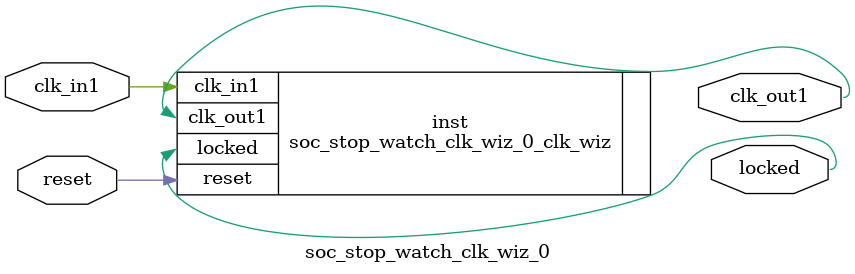
<source format=v>


`timescale 1ps/1ps

(* CORE_GENERATION_INFO = "soc_stop_watch_clk_wiz_0,clk_wiz_v6_0_15_0_0,{component_name=soc_stop_watch_clk_wiz_0,use_phase_alignment=true,use_min_o_jitter=false,use_max_i_jitter=false,use_dyn_phase_shift=false,use_inclk_switchover=false,use_dyn_reconfig=false,enable_axi=0,feedback_source=FDBK_AUTO,PRIMITIVE=MMCM,num_out_clk=1,clkin1_period=10.000,clkin2_period=10.000,use_power_down=false,use_reset=true,use_locked=true,use_inclk_stopped=false,feedback_type=SINGLE,CLOCK_MGR_TYPE=NA,manual_override=false}" *)

module soc_stop_watch_clk_wiz_0 
 (
  // Clock out ports
  output        clk_out1,
  // Status and control signals
  input         reset,
  output        locked,
 // Clock in ports
  input         clk_in1
 );

  soc_stop_watch_clk_wiz_0_clk_wiz inst
  (
  // Clock out ports  
  .clk_out1(clk_out1),
  // Status and control signals               
  .reset(reset), 
  .locked(locked),
 // Clock in ports
  .clk_in1(clk_in1)
  );

endmodule

</source>
